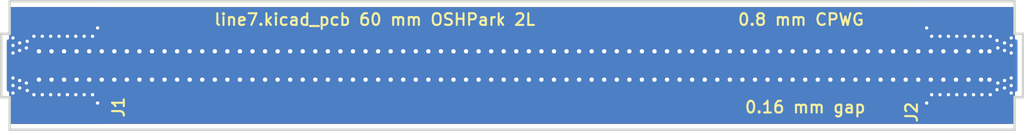
<source format=kicad_pcb>
(kicad_pcb (version 20171130) (host pcbnew 5.0-dev-unknown)

  (general
    (thickness 1)
    (drawings 5)
    (tracks 156)
    (zones 0)
    (modules 2)
    (nets 4)
  )

  (page USLetter)
  (layers
    (0 F.Cu signal)
    (31 B.Cu signal)
    (34 B.Paste user)
    (35 F.Paste user)
    (36 B.SilkS user)
    (37 F.SilkS user)
    (38 B.Mask user)
    (39 F.Mask user)
    (40 Dwgs.User user)
    (41 Cmts.User user)
    (44 Edge.Cuts user)
  )

  (setup
    (last_trace_width 0.127)
    (user_trace_width 0.127)
    (user_trace_width 0.15)
    (user_trace_width 0.2)
    (user_trace_width 0.25)
    (user_trace_width 0.3)
    (user_trace_width 0.36)
    (user_trace_width 0.5)
    (user_trace_width 1.3)
    (trace_clearance 0.125)
    (zone_clearance 0.16)
    (zone_45_only yes)
    (trace_min 0.127)
    (segment_width 0.2)
    (edge_width 0.15)
    (via_size 0.46)
    (via_drill 0.2)
    (via_min_size 0.46)
    (via_min_drill 0.2)
    (user_via 0.46 0.2)
    (user_via 0.6 0.3)
    (user_via 0.8 0.5)
    (user_via 1.3 1)
    (user_via 2 1)
    (uvia_size 0.508)
    (uvia_drill 0.127)
    (uvias_allowed no)
    (uvia_min_size 0.508)
    (uvia_min_drill 0.127)
    (pcb_text_width 0.3)
    (pcb_text_size 1 1)
    (mod_edge_width 0.15)
    (mod_text_size 1 1)
    (mod_text_width 0.15)
    (pad_size 0.3 1)
    (pad_drill 0)
    (pad_to_mask_clearance 0.075)
    (solder_mask_min_width 0.1)
    (aux_axis_origin 0 0)
    (visible_elements FFFFEF7F)
    (pcbplotparams
      (layerselection 0x012fc_80000007)
      (usegerberextensions false)
      (usegerberattributes false)
      (usegerberadvancedattributes false)
      (creategerberjobfile false)
      (excludeedgelayer true)
      (linewidth 0.150000)
      (plotframeref false)
      (viasonmask false)
      (mode 1)
      (useauxorigin false)
      (hpglpennumber 1)
      (hpglpenspeed 20)
      (hpglpendiameter 15)
      (psnegative false)
      (psa4output false)
      (plotreference true)
      (plotvalue true)
      (plotinvisibletext false)
      (padsonsilk false)
      (subtractmaskfromsilk true)
      (outputformat 1)
      (mirror false)
      (drillshape 0)
      (scaleselection 1)
      (outputdirectory gerber))
  )

  (net 0 "")
  (net 1 GND)
  (net 2 r)
  (net 3 b)

  (net_class Default "This is the default net class."
    (clearance 0.125)
    (trace_width 0.127)
    (via_dia 0.46)
    (via_drill 0.2)
    (uvia_dia 0.508)
    (uvia_drill 0.127)
    (add_net GND)
    (add_net b)
    (add_net r)
  )

  (module kicad_pcb:SMA_SW_TAB (layer F.Cu) (tedit 5A4CF845) (tstamp 5A4D0EC5)
    (at 100 126 90)
    (descr DocString)
    (tags Keywords)
    (path DEADBEF0)
    (attr smd)
    (fp_text reference J1 (at -2.5 6.5 90) (layer F.SilkS)
      (effects (font (size 0.7 0.7) (thickness 0.127)))
    )
    (fp_text value SMA_SW (at -1.05 1.6 90) (layer F.SilkS) hide
      (effects (font (size 0.7 0.7) (thickness 0.127)))
    )
    (fp_line (start -1.9 -0.5) (end 1.9 -0.5) (layer Edge.Cuts) (width 0.15))
    (fp_line (start 1.9 0) (end 1.9 -0.5) (layer Edge.Cuts) (width 0.15))
    (fp_line (start 1.9 0) (end 3.85 0) (layer Edge.Cuts) (width 0.15))
    (fp_line (start -1.9 0) (end -1.9 -0.5) (layer Edge.Cuts) (width 0.15))
    (fp_line (start -3.85 0) (end -3.85 5.75) (layer Edge.Cuts) (width 0.15))
    (fp_line (start 3.85 0) (end 3.85 5.75) (layer Edge.Cuts) (width 0.15))
    (fp_line (start -3.85 0) (end -1.9 0) (layer Edge.Cuts) (width 0.15))
    (pad 3 smd rect (at -3 0.5 90) (size 0.3 1) (layers B.Cu B.Mask)
      (net 3 b) (zone_connect 2))
    (pad 2 smd rect (at -2.5 2.75 90) (size 2 5.5) (layers B.Cu B.Mask)
      (net 1 GND) (zone_connect 2))
    (pad 2 smd rect (at 2.5 2.75 90) (size 2 5.5) (layers B.Cu B.Mask)
      (net 1 GND) (zone_connect 2))
    (pad 2 thru_hole rect (at 2.25 5.25 90) (size 0.45 0.45) (drill 0.2) (layers *.Cu *.Mask)
      (net 1 GND) (zone_connect 2))
    (pad 2 thru_hole rect (at 1.75 1.95 90) (size 0.45 0.45) (drill 0.2) (layers *.Cu *.Mask)
      (net 1 GND) (zone_connect 2))
    (pad 2 thru_hole rect (at 1.75 2.45 90) (size 0.45 0.45) (drill 0.2) (layers *.Cu *.Mask)
      (net 1 GND) (zone_connect 2))
    (pad 2 thru_hole rect (at 1.75 3.95 90) (size 0.45 0.45) (drill 0.2) (layers *.Cu *.Mask)
      (net 1 GND) (zone_connect 2))
    (pad 2 thru_hole rect (at 1.75 1.45 90) (size 0.45 0.45) (drill 0.2) (layers *.Cu *.Mask)
      (net 1 GND) (zone_connect 2))
    (pad 2 thru_hole rect (at 1.75 4.45 90) (size 0.45 0.45) (drill 0.2) (layers *.Cu *.Mask)
      (net 1 GND) (zone_connect 2))
    (pad 2 thru_hole rect (at 1.75 4.95 90) (size 0.45 0.45) (drill 0.2) (layers *.Cu *.Mask)
      (net 1 GND) (zone_connect 2))
    (pad 2 thru_hole rect (at 1.75 3.45 90) (size 0.45 0.45) (drill 0.2) (layers *.Cu *.Mask)
      (net 1 GND) (zone_connect 2))
    (pad 2 thru_hole rect (at 1.75 2.95 90) (size 0.45 0.45) (drill 0.2) (layers *.Cu *.Mask)
      (net 1 GND) (zone_connect 2))
    (pad 2 thru_hole rect (at -2.25 5.25 90) (size 0.45 0.45) (drill 0.2) (layers *.Cu *.Mask)
      (net 1 GND) (zone_connect 2))
    (pad 2 thru_hole rect (at -1.75 4.95 90) (size 0.45 0.45) (drill 0.2) (layers *.Cu *.Mask)
      (net 1 GND) (zone_connect 2))
    (pad 2 thru_hole rect (at -1.75 4.45 90) (size 0.45 0.45) (drill 0.2) (layers *.Cu *.Mask)
      (net 1 GND) (zone_connect 2))
    (pad 2 thru_hole rect (at -1.75 3.95 90) (size 0.45 0.45) (drill 0.2) (layers *.Cu *.Mask)
      (net 1 GND) (zone_connect 2))
    (pad 2 thru_hole rect (at -1.75 3.45 90) (size 0.45 0.45) (drill 0.2) (layers *.Cu *.Mask)
      (net 1 GND) (zone_connect 2))
    (pad 2 thru_hole rect (at -1.75 2.95 90) (size 0.45 0.45) (drill 0.2) (layers *.Cu *.Mask)
      (net 1 GND) (zone_connect 2))
    (pad 2 thru_hole rect (at -1.75 2.45 90) (size 0.45 0.45) (drill 0.2) (layers *.Cu *.Mask)
      (net 1 GND) (zone_connect 2))
    (pad 2 thru_hole rect (at -1.75 1.95 90) (size 0.45 0.45) (drill 0.2) (layers *.Cu *.Mask)
      (net 1 GND) (zone_connect 2))
    (pad 2 thru_hole rect (at -1.75 1.45 90) (size 0.45 0.45) (drill 0.2) (layers *.Cu *.Mask)
      (net 1 GND) (zone_connect 2))
    (pad 2 thru_hole rect (at -1.5 1.05 90) (size 0.45 0.45) (drill 0.2) (layers *.Cu *.Mask)
      (net 1 GND) (zone_connect 2))
    (pad 2 thru_hole rect (at 1.45 1.05 90) (size 0.45 0.45) (drill 0.2) (layers *.Cu *.Mask)
      (net 1 GND) (zone_connect 2))
    (pad 2 smd rect (at -2.5 2.75 90) (size 2 5.5) (layers F.Cu F.Mask)
      (net 1 GND) (zone_connect 2))
    (pad 2 thru_hole rect (at 1.65 0.2 90) (size 0.45 0.45) (drill 0.2) (layers *.Cu *.Mask)
      (net 1 GND) (zone_connect 2))
    (pad 2 thru_hole rect (at -1.65 0.2 90) (size 0.45 0.45) (drill 0.2) (layers *.Cu *.Mask)
      (net 1 GND) (zone_connect 2))
    (pad 2 thru_hole rect (at -1.35 0.6 90) (size 0.45 0.45) (drill 0.2) (layers *.Cu *.Mask)
      (net 1 GND) (zone_connect 2))
    (pad 2 thru_hole rect (at 1.35 0.6 90) (size 0.45 0.45) (drill 0.2) (layers *.Cu *.Mask)
      (net 1 GND) (zone_connect 2))
    (pad 2 thru_hole rect (at 1.2 0.2 90) (size 0.45 0.45) (drill 0.2) (layers *.Cu *.Mask)
      (net 1 GND) (zone_connect 2))
    (pad 2 thru_hole rect (at -1.2 0.2 90) (size 0.45 0.45) (drill 0.2) (layers *.Cu *.Mask)
      (net 1 GND) (zone_connect 2))
    (pad 2 thru_hole rect (at -1.05 1 90) (size 0.45 0.45) (drill 0.2) (layers *.Cu *.Mask)
      (net 1 GND) (zone_connect 2))
    (pad 2 thru_hole rect (at 1.05 1 90) (size 0.45 0.45) (drill 0.2) (layers *.Cu *.Mask)
      (net 1 GND) (zone_connect 2))
    (pad 2 thru_hole rect (at -0.9 0.6 90) (size 0.45 0.45) (drill 0.2) (layers *.Cu *.Mask)
      (net 1 GND) (zone_connect 2))
    (pad 2 thru_hole rect (at 0.9 0.6 90) (size 0.45 0.45) (drill 0.2) (layers *.Cu *.Mask)
      (net 1 GND) (zone_connect 2))
    (pad 2 thru_hole rect (at -0.75 0.2 90) (size 0.45 0.45) (drill 0.2) (layers *.Cu *.Mask)
      (net 1 GND) (zone_connect 2))
    (pad 1 smd rect (at 0 0.5 90) (size 0.36 1) (layers F.Cu F.Mask)
      (net 2 r) (zone_connect 2))
    (pad 2 thru_hole rect (at 0.75 0.2 90) (size 0.45 0.45) (drill 0.2) (layers *.Cu *.Mask)
      (net 1 GND) (zone_connect 2))
    (pad 2 smd rect (at 2.5 2.75 90) (size 2 5.5) (layers F.Cu F.Mask)
      (net 1 GND) (zone_connect 2))
  )

  (module kicad_pcb:SMA_SW_TAB (layer F.Cu) (tedit 5A4CF853) (tstamp 5A4D0480)
    (at 160 126 270)
    (descr DocString)
    (tags Keywords)
    (path DEADBEF1)
    (attr smd)
    (fp_text reference J2 (at 2.8 6.15 270) (layer F.SilkS)
      (effects (font (size 0.7 0.7) (thickness 0.127)))
    )
    (fp_text value SMA_SW (at -1.05 1.6 270) (layer F.SilkS) hide
      (effects (font (size 0.7 0.7) (thickness 0.127)))
    )
    (fp_line (start -3.85 0) (end -1.9 0) (layer Edge.Cuts) (width 0.15))
    (fp_line (start 3.85 0) (end 3.85 5.75) (layer Edge.Cuts) (width 0.15))
    (fp_line (start -3.85 0) (end -3.85 5.75) (layer Edge.Cuts) (width 0.15))
    (fp_line (start -1.9 0) (end -1.9 -0.5) (layer Edge.Cuts) (width 0.15))
    (fp_line (start 1.9 0) (end 3.85 0) (layer Edge.Cuts) (width 0.15))
    (fp_line (start 1.9 0) (end 1.9 -0.5) (layer Edge.Cuts) (width 0.15))
    (fp_line (start -1.9 -0.5) (end 1.9 -0.5) (layer Edge.Cuts) (width 0.15))
    (pad 2 smd rect (at 2.5 2.75 270) (size 2 5.5) (layers F.Cu F.Mask)
      (net 1 GND) (zone_connect 2))
    (pad 2 thru_hole rect (at 0.75 0.2 270) (size 0.45 0.45) (drill 0.2) (layers *.Cu *.Mask)
      (net 1 GND) (zone_connect 2))
    (pad 1 smd rect (at 0 0.5 270) (size 0.36 1) (layers F.Cu F.Mask)
      (net 2 r) (zone_connect 2))
    (pad 2 thru_hole rect (at -0.75 0.2 270) (size 0.45 0.45) (drill 0.2) (layers *.Cu *.Mask)
      (net 1 GND) (zone_connect 2))
    (pad 2 thru_hole rect (at 0.9 0.6 270) (size 0.45 0.45) (drill 0.2) (layers *.Cu *.Mask)
      (net 1 GND) (zone_connect 2))
    (pad 2 thru_hole rect (at -0.9 0.6 270) (size 0.45 0.45) (drill 0.2) (layers *.Cu *.Mask)
      (net 1 GND) (zone_connect 2))
    (pad 2 thru_hole rect (at 1.05 1 270) (size 0.45 0.45) (drill 0.2) (layers *.Cu *.Mask)
      (net 1 GND) (zone_connect 2))
    (pad 2 thru_hole rect (at -1.05 1 270) (size 0.45 0.45) (drill 0.2) (layers *.Cu *.Mask)
      (net 1 GND) (zone_connect 2))
    (pad 2 thru_hole rect (at -1.2 0.2 270) (size 0.45 0.45) (drill 0.2) (layers *.Cu *.Mask)
      (net 1 GND) (zone_connect 2))
    (pad 2 thru_hole rect (at 1.2 0.2 270) (size 0.45 0.45) (drill 0.2) (layers *.Cu *.Mask)
      (net 1 GND) (zone_connect 2))
    (pad 2 thru_hole rect (at 1.35 0.6 270) (size 0.45 0.45) (drill 0.2) (layers *.Cu *.Mask)
      (net 1 GND) (zone_connect 2))
    (pad 2 thru_hole rect (at -1.35 0.6 270) (size 0.45 0.45) (drill 0.2) (layers *.Cu *.Mask)
      (net 1 GND) (zone_connect 2))
    (pad 2 thru_hole rect (at -1.65 0.2 270) (size 0.45 0.45) (drill 0.2) (layers *.Cu *.Mask)
      (net 1 GND) (zone_connect 2))
    (pad 2 thru_hole rect (at 1.65 0.2 270) (size 0.45 0.45) (drill 0.2) (layers *.Cu *.Mask)
      (net 1 GND) (zone_connect 2))
    (pad 2 smd rect (at -2.5 2.75 270) (size 2 5.5) (layers F.Cu F.Mask)
      (net 1 GND) (zone_connect 2))
    (pad 2 thru_hole rect (at 1.45 1.05 270) (size 0.45 0.45) (drill 0.2) (layers *.Cu *.Mask)
      (net 1 GND) (zone_connect 2))
    (pad 2 thru_hole rect (at -1.5 1.05 270) (size 0.45 0.45) (drill 0.2) (layers *.Cu *.Mask)
      (net 1 GND) (zone_connect 2))
    (pad 2 thru_hole rect (at -1.75 1.45 270) (size 0.45 0.45) (drill 0.2) (layers *.Cu *.Mask)
      (net 1 GND) (zone_connect 2))
    (pad 2 thru_hole rect (at -1.75 1.95 270) (size 0.45 0.45) (drill 0.2) (layers *.Cu *.Mask)
      (net 1 GND) (zone_connect 2))
    (pad 2 thru_hole rect (at -1.75 2.45 270) (size 0.45 0.45) (drill 0.2) (layers *.Cu *.Mask)
      (net 1 GND) (zone_connect 2))
    (pad 2 thru_hole rect (at -1.75 2.95 270) (size 0.45 0.45) (drill 0.2) (layers *.Cu *.Mask)
      (net 1 GND) (zone_connect 2))
    (pad 2 thru_hole rect (at -1.75 3.45 270) (size 0.45 0.45) (drill 0.2) (layers *.Cu *.Mask)
      (net 1 GND) (zone_connect 2))
    (pad 2 thru_hole rect (at -1.75 3.95 270) (size 0.45 0.45) (drill 0.2) (layers *.Cu *.Mask)
      (net 1 GND) (zone_connect 2))
    (pad 2 thru_hole rect (at -1.75 4.45 270) (size 0.45 0.45) (drill 0.2) (layers *.Cu *.Mask)
      (net 1 GND) (zone_connect 2))
    (pad 2 thru_hole rect (at -1.75 4.95 270) (size 0.45 0.45) (drill 0.2) (layers *.Cu *.Mask)
      (net 1 GND) (zone_connect 2))
    (pad 2 thru_hole rect (at -2.25 5.25 270) (size 0.45 0.45) (drill 0.2) (layers *.Cu *.Mask)
      (net 1 GND) (zone_connect 2))
    (pad 2 thru_hole rect (at 1.75 2.95 270) (size 0.45 0.45) (drill 0.2) (layers *.Cu *.Mask)
      (net 1 GND) (zone_connect 2))
    (pad 2 thru_hole rect (at 1.75 3.45 270) (size 0.45 0.45) (drill 0.2) (layers *.Cu *.Mask)
      (net 1 GND) (zone_connect 2))
    (pad 2 thru_hole rect (at 1.75 4.95 270) (size 0.45 0.45) (drill 0.2) (layers *.Cu *.Mask)
      (net 1 GND) (zone_connect 2))
    (pad 2 thru_hole rect (at 1.75 4.45 270) (size 0.45 0.45) (drill 0.2) (layers *.Cu *.Mask)
      (net 1 GND) (zone_connect 2))
    (pad 2 thru_hole rect (at 1.75 1.45 270) (size 0.45 0.45) (drill 0.2) (layers *.Cu *.Mask)
      (net 1 GND) (zone_connect 2))
    (pad 2 thru_hole rect (at 1.75 3.95 270) (size 0.45 0.45) (drill 0.2) (layers *.Cu *.Mask)
      (net 1 GND) (zone_connect 2))
    (pad 2 thru_hole rect (at 1.75 2.45 270) (size 0.45 0.45) (drill 0.2) (layers *.Cu *.Mask)
      (net 1 GND) (zone_connect 2))
    (pad 2 thru_hole rect (at 1.75 1.95 270) (size 0.45 0.45) (drill 0.2) (layers *.Cu *.Mask)
      (net 1 GND) (zone_connect 2))
    (pad 2 thru_hole rect (at 2.25 5.25 270) (size 0.45 0.45) (drill 0.2) (layers *.Cu *.Mask)
      (net 1 GND) (zone_connect 2))
    (pad 2 smd rect (at 2.5 2.75 270) (size 2 5.5) (layers B.Cu B.Mask)
      (net 1 GND) (zone_connect 2))
    (pad 2 smd rect (at -2.5 2.75 270) (size 2 5.5) (layers B.Cu B.Mask)
      (net 1 GND) (zone_connect 2))
    (pad 3 smd rect (at 3 0.5 270) (size 0.3 1) (layers B.Cu B.Mask)
      (net 3 b) (zone_connect 2))
  )

  (gr_text "line7.kicad_pcb 60 mm OSHPark 2L" (at 121.8 123.25) (layer F.SilkS) (tstamp 5A918B03)
    (effects (font (size 0.7 0.7) (thickness 0.125)))
  )
  (gr_text "0.16 mm gap" (at 147.5 128.5) (layer F.SilkS) (tstamp 5A4D0E49)
    (effects (font (size 0.7 0.7) (thickness 0.125)))
  )
  (gr_text "0.8 mm CPWG" (at 147.25 123.25) (layer F.SilkS)
    (effects (font (size 0.7 0.7) (thickness 0.125)))
  )
  (gr_line (start 105.75 122.15) (end 154.25 122.15) (layer Edge.Cuts) (width 0.15) (tstamp 5A4D0C72))
  (gr_line (start 105.75 129.85) (end 154.25 129.85) (layer Edge.Cuts) (width 0.15))

  (via (at 101.75 126.85) (size 0.52) (drill 0.26) (layers F.Cu B.Cu) (net 1) (tstamp 5A918AC6))
  (via (at 101.75 125.15) (size 0.52) (drill 0.26) (layers F.Cu B.Cu) (net 1) (tstamp 5A918AC5) (status 1000000))
  (via (at 107.75 125.15) (size 0.52) (drill 0.26) (layers F.Cu B.Cu) (net 1) (tstamp 5A918A4F))
  (via (at 107 126.85) (size 0.52) (drill 0.26) (layers F.Cu B.Cu) (net 1) (tstamp 5A918A4E))
  (via (at 104 125.15) (size 0.52) (drill 0.26) (layers F.Cu B.Cu) (net 1) (tstamp 5A918A4D))
  (via (at 103.25 125.15) (size 0.52) (drill 0.26) (layers F.Cu B.Cu) (net 1) (tstamp 5A918A4C))
  (via (at 106.25 126.85) (size 0.52) (drill 0.26) (layers F.Cu B.Cu) (net 1) (tstamp 5A918A4B))
  (via (at 104.75 126.85) (size 0.52) (drill 0.26) (layers F.Cu B.Cu) (net 1) (tstamp 5A918A4A))
  (via (at 107.75 126.85) (size 0.52) (drill 0.26) (layers F.Cu B.Cu) (net 1) (tstamp 5A918A49))
  (via (at 103.25 126.85) (size 0.52) (drill 0.26) (layers F.Cu B.Cu) (net 1) (tstamp 5A918A48))
  (via (at 106.25 125.15) (size 0.52) (drill 0.26) (layers F.Cu B.Cu) (net 1) (tstamp 5A918A47))
  (via (at 108.5 126.85) (size 0.52) (drill 0.26) (layers F.Cu B.Cu) (net 1) (tstamp 5A918A46))
  (via (at 102.5 125.15) (size 0.52) (drill 0.26) (layers F.Cu B.Cu) (net 1) (tstamp 5A918A45))
  (via (at 104 126.85) (size 0.52) (drill 0.26) (layers F.Cu B.Cu) (net 1) (tstamp 5A918A44))
  (via (at 108.5 125.15) (size 0.52) (drill 0.26) (layers F.Cu B.Cu) (net 1) (tstamp 5A918A43))
  (via (at 104.75 125.15) (size 0.52) (drill 0.26) (layers F.Cu B.Cu) (net 1) (tstamp 5A918A42))
  (via (at 105.5 126.85) (size 0.52) (drill 0.26) (layers F.Cu B.Cu) (net 1) (tstamp 5A918A41))
  (via (at 102.5 126.85) (size 0.52) (drill 0.26) (layers F.Cu B.Cu) (net 1) (tstamp 5A918A40))
  (via (at 105.5 125.15) (size 0.52) (drill 0.26) (layers F.Cu B.Cu) (net 1) (tstamp 5A918A3F))
  (via (at 107 125.15) (size 0.52) (drill 0.26) (layers F.Cu B.Cu) (net 1) (tstamp 5A918A3E))
  (via (at 112.25 125.15) (size 0.52) (drill 0.26) (layers F.Cu B.Cu) (net 1) (tstamp 5A918A2B))
  (via (at 113.75 125.15) (size 0.52) (drill 0.26) (layers F.Cu B.Cu) (net 1) (tstamp 5A918A2A))
  (via (at 110.75 125.15) (size 0.52) (drill 0.26) (layers F.Cu B.Cu) (net 1) (tstamp 5A918A29))
  (via (at 110 125.15) (size 0.52) (drill 0.26) (layers F.Cu B.Cu) (net 1) (tstamp 5A918A28))
  (via (at 113 126.85) (size 0.52) (drill 0.26) (layers F.Cu B.Cu) (net 1) (tstamp 5A918A27))
  (via (at 111.5 126.85) (size 0.52) (drill 0.26) (layers F.Cu B.Cu) (net 1) (tstamp 5A918A26))
  (via (at 114.5 125.15) (size 0.52) (drill 0.26) (layers F.Cu B.Cu) (net 1) (tstamp 5A918A25))
  (via (at 113.75 126.85) (size 0.52) (drill 0.26) (layers F.Cu B.Cu) (net 1) (tstamp 5A918A24))
  (via (at 110.75 126.85) (size 0.52) (drill 0.26) (layers F.Cu B.Cu) (net 1) (tstamp 5A918A23))
  (via (at 115.25 125.15) (size 0.52) (drill 0.26) (layers F.Cu B.Cu) (net 1) (tstamp 5A918A22))
  (via (at 115.25 126.85) (size 0.52) (drill 0.26) (layers F.Cu B.Cu) (net 1) (tstamp 5A918A21))
  (via (at 109.25 125.15) (size 0.52) (drill 0.26) (layers F.Cu B.Cu) (net 1) (tstamp 5A918A20))
  (via (at 110 126.85) (size 0.52) (drill 0.26) (layers F.Cu B.Cu) (net 1) (tstamp 5A918A1F))
  (via (at 113 125.15) (size 0.52) (drill 0.26) (layers F.Cu B.Cu) (net 1) (tstamp 5A918A1E))
  (via (at 114.5 126.85) (size 0.52) (drill 0.26) (layers F.Cu B.Cu) (net 1) (tstamp 5A918A1D))
  (via (at 112.25 126.85) (size 0.52) (drill 0.26) (layers F.Cu B.Cu) (net 1) (tstamp 5A918A1C))
  (via (at 109.25 126.85) (size 0.52) (drill 0.26) (layers F.Cu B.Cu) (net 1) (tstamp 5A918A1B))
  (via (at 111.5 125.15) (size 0.52) (drill 0.26) (layers F.Cu B.Cu) (net 1) (tstamp 5A918A1A))
  (via (at 119 125.15) (size 0.52) (drill 0.26) (layers F.Cu B.Cu) (net 1) (tstamp 5A918A07))
  (via (at 116 126.85) (size 0.52) (drill 0.26) (layers F.Cu B.Cu) (net 1) (tstamp 5A918A06))
  (via (at 118.25 125.15) (size 0.52) (drill 0.26) (layers F.Cu B.Cu) (net 1) (tstamp 5A918A05))
  (via (at 118.25 126.85) (size 0.52) (drill 0.26) (layers F.Cu B.Cu) (net 1) (tstamp 5A918A04))
  (via (at 121.25 125.15) (size 0.52) (drill 0.26) (layers F.Cu B.Cu) (net 1) (tstamp 5A918A03))
  (via (at 121.25 126.85) (size 0.52) (drill 0.26) (layers F.Cu B.Cu) (net 1) (tstamp 5A918A02))
  (via (at 119 126.85) (size 0.52) (drill 0.26) (layers F.Cu B.Cu) (net 1) (tstamp 5A918A01))
  (via (at 116.75 125.15) (size 0.52) (drill 0.26) (layers F.Cu B.Cu) (net 1) (tstamp 5A918A00))
  (via (at 119.75 126.85) (size 0.52) (drill 0.26) (layers F.Cu B.Cu) (net 1) (tstamp 5A9189FF))
  (via (at 117.5 126.85) (size 0.52) (drill 0.26) (layers F.Cu B.Cu) (net 1) (tstamp 5A9189FE))
  (via (at 122 125.15) (size 0.52) (drill 0.26) (layers F.Cu B.Cu) (net 1) (tstamp 5A9189FD))
  (via (at 120.5 126.85) (size 0.52) (drill 0.26) (layers F.Cu B.Cu) (net 1) (tstamp 5A9189FC))
  (via (at 116 125.15) (size 0.52) (drill 0.26) (layers F.Cu B.Cu) (net 1) (tstamp 5A9189FB))
  (via (at 116.75 126.85) (size 0.52) (drill 0.26) (layers F.Cu B.Cu) (net 1) (tstamp 5A9189FA))
  (via (at 119.75 125.15) (size 0.52) (drill 0.26) (layers F.Cu B.Cu) (net 1) (tstamp 5A9189F9))
  (via (at 117.5 125.15) (size 0.52) (drill 0.26) (layers F.Cu B.Cu) (net 1) (tstamp 5A9189F8))
  (via (at 122 126.85) (size 0.52) (drill 0.26) (layers F.Cu B.Cu) (net 1) (tstamp 5A9189F7))
  (via (at 120.5 125.15) (size 0.52) (drill 0.26) (layers F.Cu B.Cu) (net 1) (tstamp 5A9189F6))
  (via (at 122.75 126.85) (size 0.52) (drill 0.26) (layers F.Cu B.Cu) (net 1) (tstamp 5A9189E3))
  (via (at 125 125.15) (size 0.52) (drill 0.26) (layers F.Cu B.Cu) (net 1) (tstamp 5A9189E2))
  (via (at 128 126.85) (size 0.52) (drill 0.26) (layers F.Cu B.Cu) (net 1) (tstamp 5A9189E1))
  (via (at 125.75 126.85) (size 0.52) (drill 0.26) (layers F.Cu B.Cu) (net 1) (tstamp 5A9189E0))
  (via (at 126.5 125.15) (size 0.52) (drill 0.26) (layers F.Cu B.Cu) (net 1) (tstamp 5A9189DF))
  (via (at 124.25 125.15) (size 0.52) (drill 0.26) (layers F.Cu B.Cu) (net 1) (tstamp 5A9189DE))
  (via (at 126.5 126.85) (size 0.52) (drill 0.26) (layers F.Cu B.Cu) (net 1) (tstamp 5A9189DD))
  (via (at 124.25 126.85) (size 0.52) (drill 0.26) (layers F.Cu B.Cu) (net 1) (tstamp 5A9189DC))
  (via (at 127.25 126.85) (size 0.52) (drill 0.26) (layers F.Cu B.Cu) (net 1) (tstamp 5A9189DB))
  (via (at 122.75 125.15) (size 0.52) (drill 0.26) (layers F.Cu B.Cu) (net 1) (tstamp 5A9189DA))
  (via (at 125 126.85) (size 0.52) (drill 0.26) (layers F.Cu B.Cu) (net 1) (tstamp 5A9189D9))
  (via (at 123.5 126.85) (size 0.52) (drill 0.26) (layers F.Cu B.Cu) (net 1) (tstamp 5A9189D8))
  (via (at 128.75 125.15) (size 0.52) (drill 0.26) (layers F.Cu B.Cu) (net 1) (tstamp 5A9189D7))
  (via (at 123.5 125.15) (size 0.52) (drill 0.26) (layers F.Cu B.Cu) (net 1) (tstamp 5A9189D6))
  (via (at 128 125.15) (size 0.52) (drill 0.26) (layers F.Cu B.Cu) (net 1) (tstamp 5A9189D5))
  (via (at 128.75 126.85) (size 0.52) (drill 0.26) (layers F.Cu B.Cu) (net 1) (tstamp 5A9189D4))
  (via (at 125.75 125.15) (size 0.52) (drill 0.26) (layers F.Cu B.Cu) (net 1) (tstamp 5A9189D3))
  (via (at 127.25 125.15) (size 0.52) (drill 0.26) (layers F.Cu B.Cu) (net 1) (tstamp 5A9189D2))
  (via (at 134 125.15) (size 0.52) (drill 0.26) (layers F.Cu B.Cu) (net 1) (tstamp 5A9189BF))
  (via (at 134 126.85) (size 0.52) (drill 0.26) (layers F.Cu B.Cu) (net 1) (tstamp 5A9189BE))
  (via (at 134.75 126.85) (size 0.52) (drill 0.26) (layers F.Cu B.Cu) (net 1) (tstamp 5A9189BD))
  (via (at 134.75 125.15) (size 0.52) (drill 0.26) (layers F.Cu B.Cu) (net 1) (tstamp 5A9189BC))
  (via (at 131 125.15) (size 0.52) (drill 0.26) (layers F.Cu B.Cu) (net 1) (tstamp 5A9189BB))
  (via (at 133.25 126.85) (size 0.52) (drill 0.26) (layers F.Cu B.Cu) (net 1) (tstamp 5A9189BA))
  (via (at 135.5 126.85) (size 0.52) (drill 0.26) (layers F.Cu B.Cu) (net 1) (tstamp 5A9189B9))
  (via (at 129.5 126.85) (size 0.52) (drill 0.26) (layers F.Cu B.Cu) (net 1) (tstamp 5A9189B8))
  (via (at 130.25 126.85) (size 0.52) (drill 0.26) (layers F.Cu B.Cu) (net 1) (tstamp 5A9189B7))
  (via (at 132.5 125.15) (size 0.52) (drill 0.26) (layers F.Cu B.Cu) (net 1) (tstamp 5A9189B6))
  (via (at 132.5 126.85) (size 0.52) (drill 0.26) (layers F.Cu B.Cu) (net 1) (tstamp 5A9189B5))
  (via (at 131 126.85) (size 0.52) (drill 0.26) (layers F.Cu B.Cu) (net 1) (tstamp 5A9189B4))
  (via (at 131.75 125.15) (size 0.52) (drill 0.26) (layers F.Cu B.Cu) (net 1) (tstamp 5A9189B3))
  (via (at 130.25 125.15) (size 0.52) (drill 0.26) (layers F.Cu B.Cu) (net 1) (tstamp 5A9189B2))
  (via (at 131.75 126.85) (size 0.52) (drill 0.26) (layers F.Cu B.Cu) (net 1) (tstamp 5A9189B1))
  (via (at 135.5 125.15) (size 0.52) (drill 0.26) (layers F.Cu B.Cu) (net 1) (tstamp 5A9189B0))
  (via (at 133.25 125.15) (size 0.52) (drill 0.26) (layers F.Cu B.Cu) (net 1) (tstamp 5A9189AF))
  (via (at 129.5 125.15) (size 0.52) (drill 0.26) (layers F.Cu B.Cu) (net 1) (tstamp 5A9189AE))
  (via (at 158.5 126.85) (size 0.52) (drill 0.26) (layers F.Cu B.Cu) (net 1) (tstamp 5A4D0DF3))
  (via (at 158.5 125.15) (size 0.52) (drill 0.26) (layers F.Cu B.Cu) (net 1) (tstamp 5A4D0DF2))
  (via (at 158 125.15) (size 0.52) (drill 0.26) (layers F.Cu B.Cu) (net 1) (tstamp 5A4D0DDF))
  (via (at 157.25 125.15) (size 0.52) (drill 0.26) (layers F.Cu B.Cu) (net 1) (tstamp 5A4D0DDE))
  (via (at 157.25 126.85) (size 0.52) (drill 0.26) (layers F.Cu B.Cu) (net 1) (tstamp 5A4D0DDD))
  (via (at 158 126.85) (size 0.52) (drill 0.26) (layers F.Cu B.Cu) (net 1) (tstamp 5A4D0DDC))
  (via (at 156.5 126.85) (size 0.52) (drill 0.26) (layers F.Cu B.Cu) (net 1) (tstamp 5A4D0DD7))
  (via (at 156.5 125.15) (size 0.52) (drill 0.26) (layers F.Cu B.Cu) (net 1) (tstamp 5A4D0DD6))
  (via (at 155.75 126.85) (size 0.52) (drill 0.26) (layers F.Cu B.Cu) (net 1) (tstamp 5A4D0DD5))
  (via (at 155.75 125.15) (size 0.52) (drill 0.26) (layers F.Cu B.Cu) (net 1) (tstamp 5A4D0DD4))
  (via (at 155 126.85) (size 0.52) (drill 0.26) (layers F.Cu B.Cu) (net 1) (tstamp 5A4D0DCF))
  (via (at 155 125.15) (size 0.52) (drill 0.26) (layers F.Cu B.Cu) (net 1) (tstamp 5A4D0DCE))
  (via (at 154.25 126.85) (size 0.52) (drill 0.26) (layers F.Cu B.Cu) (net 1) (tstamp 5A4D0DCD))
  (via (at 154.25 125.15) (size 0.52) (drill 0.26) (layers F.Cu B.Cu) (net 1) (tstamp 5A4D0DCC))
  (via (at 153.5 125.15) (size 0.52) (drill 0.26) (layers F.Cu B.Cu) (net 1) (tstamp 5A4D0DC7))
  (via (at 152.75 125.15) (size 0.52) (drill 0.26) (layers F.Cu B.Cu) (net 1) (tstamp 5A4D0DC6))
  (via (at 152.75 126.85) (size 0.52) (drill 0.26) (layers F.Cu B.Cu) (net 1) (tstamp 5A4D0DC5))
  (via (at 153.5 126.85) (size 0.52) (drill 0.26) (layers F.Cu B.Cu) (net 1) (tstamp 5A4D0DC4))
  (via (at 151.25 125.15) (size 0.52) (drill 0.26) (layers F.Cu B.Cu) (net 1) (tstamp 5A4D0DBF))
  (via (at 151.25 126.85) (size 0.52) (drill 0.26) (layers F.Cu B.Cu) (net 1) (tstamp 5A4D0DBE))
  (via (at 152 125.15) (size 0.52) (drill 0.26) (layers F.Cu B.Cu) (net 1) (tstamp 5A4D0DBD))
  (via (at 152 126.85) (size 0.52) (drill 0.26) (layers F.Cu B.Cu) (net 1) (tstamp 5A4D0DBC))
  (via (at 149.75 126.85) (size 0.52) (drill 0.26) (layers F.Cu B.Cu) (net 1) (tstamp 5A4D0DB7))
  (via (at 150.5 126.85) (size 0.52) (drill 0.26) (layers F.Cu B.Cu) (net 1) (tstamp 5A4D0DB6))
  (via (at 150.5 125.15) (size 0.52) (drill 0.26) (layers F.Cu B.Cu) (net 1) (tstamp 5A4D0DB5))
  (via (at 149.75 125.15) (size 0.52) (drill 0.26) (layers F.Cu B.Cu) (net 1) (tstamp 5A4D0DB4))
  (via (at 148.25 125.15) (size 0.52) (drill 0.26) (layers F.Cu B.Cu) (net 1) (tstamp 5A4D0DAF))
  (via (at 148.25 126.85) (size 0.52) (drill 0.26) (layers F.Cu B.Cu) (net 1) (tstamp 5A4D0DAE))
  (via (at 149 126.85) (size 0.52) (drill 0.26) (layers F.Cu B.Cu) (net 1) (tstamp 5A4D0DAD))
  (via (at 149 125.15) (size 0.52) (drill 0.26) (layers F.Cu B.Cu) (net 1) (tstamp 5A4D0DAC))
  (via (at 147.5 126.85) (size 0.52) (drill 0.26) (layers F.Cu B.Cu) (net 1) (tstamp 5A4D0DA7))
  (via (at 147.5 125.15) (size 0.52) (drill 0.26) (layers F.Cu B.Cu) (net 1) (tstamp 5A4D0DA6))
  (via (at 146.75 126.85) (size 0.52) (drill 0.26) (layers F.Cu B.Cu) (net 1) (tstamp 5A4D0DA5))
  (via (at 146.75 125.15) (size 0.52) (drill 0.26) (layers F.Cu B.Cu) (net 1) (tstamp 5A4D0DA4))
  (via (at 145.25 125.15) (size 0.52) (drill 0.26) (layers F.Cu B.Cu) (net 1) (tstamp 5A4D0D9F))
  (via (at 146 125.15) (size 0.52) (drill 0.26) (layers F.Cu B.Cu) (net 1) (tstamp 5A4D0D9E))
  (via (at 145.25 126.85) (size 0.52) (drill 0.26) (layers F.Cu B.Cu) (net 1) (tstamp 5A4D0D9D))
  (via (at 146 126.85) (size 0.52) (drill 0.26) (layers F.Cu B.Cu) (net 1) (tstamp 5A4D0D9C))
  (via (at 144.5 126.85) (size 0.52) (drill 0.26) (layers F.Cu B.Cu) (net 1) (tstamp 5A4D0D97))
  (via (at 144.5 125.15) (size 0.52) (drill 0.26) (layers F.Cu B.Cu) (net 1) (tstamp 5A4D0D96))
  (via (at 143.75 126.85) (size 0.52) (drill 0.26) (layers F.Cu B.Cu) (net 1) (tstamp 5A4D0D95))
  (via (at 143.75 125.15) (size 0.52) (drill 0.26) (layers F.Cu B.Cu) (net 1) (tstamp 5A4D0D94))
  (via (at 142.25 125.15) (size 0.52) (drill 0.26) (layers F.Cu B.Cu) (net 1) (tstamp 5A4D0D8F))
  (via (at 143 125.15) (size 0.52) (drill 0.26) (layers F.Cu B.Cu) (net 1) (tstamp 5A4D0D8E))
  (via (at 143 126.85) (size 0.52) (drill 0.26) (layers F.Cu B.Cu) (net 1) (tstamp 5A4D0D8D))
  (via (at 142.25 126.85) (size 0.52) (drill 0.26) (layers F.Cu B.Cu) (net 1) (tstamp 5A4D0D8C))
  (via (at 141.5 125.15) (size 0.52) (drill 0.26) (layers F.Cu B.Cu) (net 1) (tstamp 5A4D0D87))
  (via (at 141.5 126.85) (size 0.52) (drill 0.26) (layers F.Cu B.Cu) (net 1) (tstamp 5A4D0D86))
  (via (at 140.75 126.85) (size 0.52) (drill 0.26) (layers F.Cu B.Cu) (net 1) (tstamp 5A4D0D85))
  (via (at 140.75 125.15) (size 0.52) (drill 0.26) (layers F.Cu B.Cu) (net 1) (tstamp 5A4D0D84))
  (via (at 140 125.15) (size 0.52) (drill 0.26) (layers F.Cu B.Cu) (net 1) (tstamp 5A4D0D7F))
  (via (at 139.25 126.85) (size 0.52) (drill 0.26) (layers F.Cu B.Cu) (net 1) (tstamp 5A4D0D7E))
  (via (at 139.25 125.15) (size 0.52) (drill 0.26) (layers F.Cu B.Cu) (net 1) (tstamp 5A4D0D7D))
  (via (at 140 126.85) (size 0.52) (drill 0.26) (layers F.Cu B.Cu) (net 1) (tstamp 5A4D0D7C))
  (via (at 137.75 125.15) (size 0.52) (drill 0.26) (layers F.Cu B.Cu) (net 1) (tstamp 5A4D0D77))
  (via (at 138.5 125.15) (size 0.52) (drill 0.26) (layers F.Cu B.Cu) (net 1) (tstamp 5A4D0D76))
  (via (at 137.75 126.85) (size 0.52) (drill 0.26) (layers F.Cu B.Cu) (net 1) (tstamp 5A4D0D75))
  (via (at 138.5 126.85) (size 0.52) (drill 0.26) (layers F.Cu B.Cu) (net 1) (tstamp 5A4D0D74))
  (via (at 137 125.15) (size 0.52) (drill 0.26) (layers F.Cu B.Cu) (net 1) (tstamp 5A4D0D6F))
  (via (at 137 126.85) (size 0.52) (drill 0.26) (layers F.Cu B.Cu) (net 1) (tstamp 5A4D0D6E))
  (via (at 136.25 126.85) (size 0.52) (drill 0.26) (layers F.Cu B.Cu) (net 1) (tstamp 5A4D0D6A))
  (via (at 136.25 125.15) (size 0.52) (drill 0.26) (layers F.Cu B.Cu) (net 1))
  (segment (start 135.25 126) (end 100.5 126) (width 0.8) (layer F.Cu) (net 2))
  (segment (start 135.25 126) (end 159.5 126) (width 0.8) (layer F.Cu) (net 2))

  (zone (net 0) (net_name "") (layer F.Mask) (tstamp 0) (hatch edge 0.508)
    (connect_pads (clearance 0.25))
    (min_thickness 0.254)
    (fill yes (arc_segments 16) (thermal_gap 0.508) (thermal_bridge_width 0.508))
    (polygon
      (pts
        (xy 99.5 124.5) (xy 160 124.5) (xy 160 127.5) (xy 99.5 127.5)
      )
    )
    (filled_polygon
      (pts
        (xy 159.873 127.373) (xy 99.627 127.373) (xy 99.627 124.627) (xy 159.873 124.627)
      )
    )
  )
  (zone (net 0) (net_name "") (layer B.Mask) (tstamp 5A4D0D2B) (hatch edge 0.508)
    (connect_pads (clearance 0.25))
    (min_thickness 0.254)
    (fill yes (arc_segments 16) (thermal_gap 0.508) (thermal_bridge_width 0.508))
    (polygon
      (pts
        (xy 99.7 124.5) (xy 160 124.5) (xy 160 127.5) (xy 99.7 127.5)
      )
    )
    (filled_polygon
      (pts
        (xy 159.873 127.373) (xy 99.827 127.373) (xy 99.827 124.627) (xy 159.873 124.627)
      )
    )
  )
  (zone (net 1) (net_name GND) (layer F.Cu) (tstamp 0) (hatch edge 0.508)
    (connect_pads (clearance 0.16))
    (min_thickness 0.254)
    (fill yes (arc_segments 16) (thermal_gap 0.508) (thermal_bridge_width 0.508))
    (polygon
      (pts
        (xy 159.75 122.5) (xy 159.75 129.5) (xy 100 129.5) (xy 100 122.5)
      )
    )
    (filled_polygon
      (pts
        (xy 100.231946 126.64714) (xy 100.432337 126.687) (xy 159.567663 126.687) (xy 159.623 126.675993) (xy 159.623 129.373)
        (xy 100.362 129.373) (xy 100.362 127.935649) (xy 100.369091 127.9) (xy 100.340996 127.758755) (xy 100.260987 127.639013)
        (xy 100.141245 127.559004) (xy 100.127 127.556171) (xy 100.127 126.577017)
      )
    )
    (filled_polygon
      (pts
        (xy 159.623 125.324007) (xy 159.567663 125.313) (xy 100.432337 125.313) (xy 100.231946 125.35286) (xy 100.127 125.422983)
        (xy 100.127 124.443829) (xy 100.141245 124.440996) (xy 100.260987 124.360987) (xy 100.340996 124.241245) (xy 100.369091 124.1)
        (xy 100.362 124.064351) (xy 100.362 122.627) (xy 159.623 122.627)
      )
    )
  )
  (zone (net 1) (net_name GND) (layer B.Cu) (tstamp 5A4D0D55) (hatch edge 0.508)
    (connect_pads (clearance 0.25))
    (min_thickness 0.254)
    (fill yes (arc_segments 16) (thermal_gap 0.508) (thermal_bridge_width 0.508))
    (polygon
      (pts
        (xy 160.5 122.5) (xy 160.5 129.5) (xy 99.7 129.5) (xy 99.7 122.5)
      )
    )
    (filled_polygon
      (pts
        (xy 159.548001 124.055477) (xy 159.539145 124.1) (xy 159.574225 124.276362) (xy 159.674126 124.425874) (xy 159.823638 124.525775)
        (xy 159.955482 124.552) (xy 160 124.560855) (xy 160.044518 124.552) (xy 160.048 124.552) (xy 160.048001 127.448)
        (xy 160.044518 127.448) (xy 160 127.439145) (xy 159.955482 127.448) (xy 159.823638 127.474225) (xy 159.674126 127.574126)
        (xy 159.574225 127.723638) (xy 159.539145 127.9) (xy 159.548 127.944517) (xy 159.548 128.465615) (xy 159 128.465615)
        (xy 158.852902 128.494875) (xy 158.728199 128.578199) (xy 158.644875 128.702902) (xy 158.615615 128.85) (xy 158.615615 129.15)
        (xy 158.644875 129.297098) (xy 158.695591 129.373) (xy 101.304409 129.373) (xy 101.355125 129.297098) (xy 101.384385 129.15)
        (xy 101.384385 128.85) (xy 101.355125 128.702902) (xy 101.271801 128.578199) (xy 101.147098 128.494875) (xy 101 128.465615)
        (xy 100.452 128.465615) (xy 100.452 127.944517) (xy 100.460855 127.9) (xy 100.425775 127.723638) (xy 100.325874 127.574126)
        (xy 100.176362 127.474225) (xy 100.044518 127.448) (xy 100 127.439145) (xy 99.955482 127.448) (xy 99.952 127.448)
        (xy 99.952 124.552) (xy 99.955482 124.552) (xy 100 124.560855) (xy 100.044518 124.552) (xy 100.176362 124.525775)
        (xy 100.325874 124.425874) (xy 100.425775 124.276362) (xy 100.460855 124.1) (xy 100.452 124.055482) (xy 100.452 122.627)
        (xy 159.548 122.627)
      )
    )
  )
)

</source>
